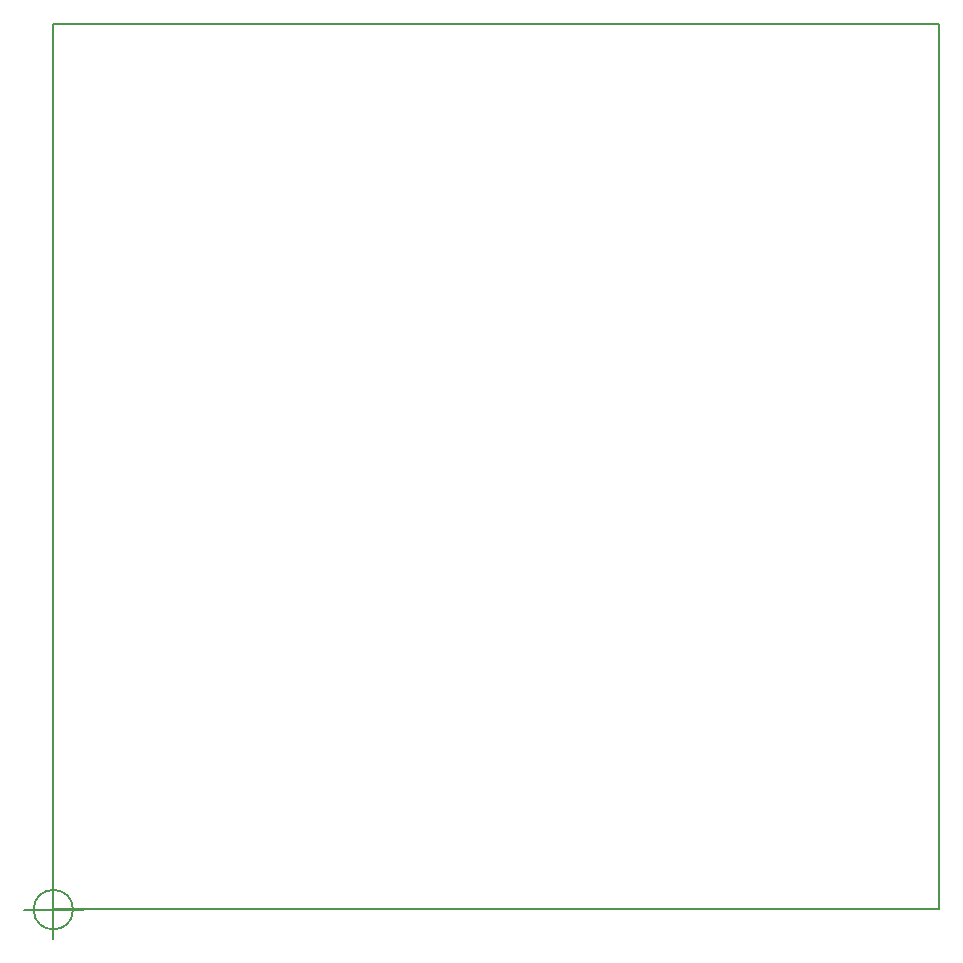
<source format=gbr>
G04 #@! TF.GenerationSoftware,KiCad,Pcbnew,(5.0.0)*
G04 #@! TF.CreationDate,2018-09-07T11:03:02+01:00*
G04 #@! TF.ProjectId,OpenSpritzer,4F70656E53707269747A65722E6B6963,rev?*
G04 #@! TF.SameCoordinates,Original*
G04 #@! TF.FileFunction,Profile,NP*
%FSLAX46Y46*%
G04 Gerber Fmt 4.6, Leading zero omitted, Abs format (unit mm)*
G04 Created by KiCad (PCBNEW (5.0.0)) date 09/07/18 11:03:02*
%MOMM*%
%LPD*%
G01*
G04 APERTURE LIST*
%ADD10C,0.200000*%
%ADD11C,0.150000*%
G04 APERTURE END LIST*
D10*
X100000000Y-75000000D02*
X100000000Y-150000000D01*
X100000000Y-75000000D02*
X175000000Y-75000000D01*
X175000000Y-75000000D02*
X175000000Y-150000000D01*
X100000000Y-150000000D02*
X175000000Y-150000000D01*
D11*
X101679671Y-150025366D02*
G75*
G03X101679671Y-150025366I-1666666J0D01*
G01*
X97513005Y-150025366D02*
X102513005Y-150025366D01*
X100013005Y-147525366D02*
X100013005Y-152525366D01*
M02*

</source>
